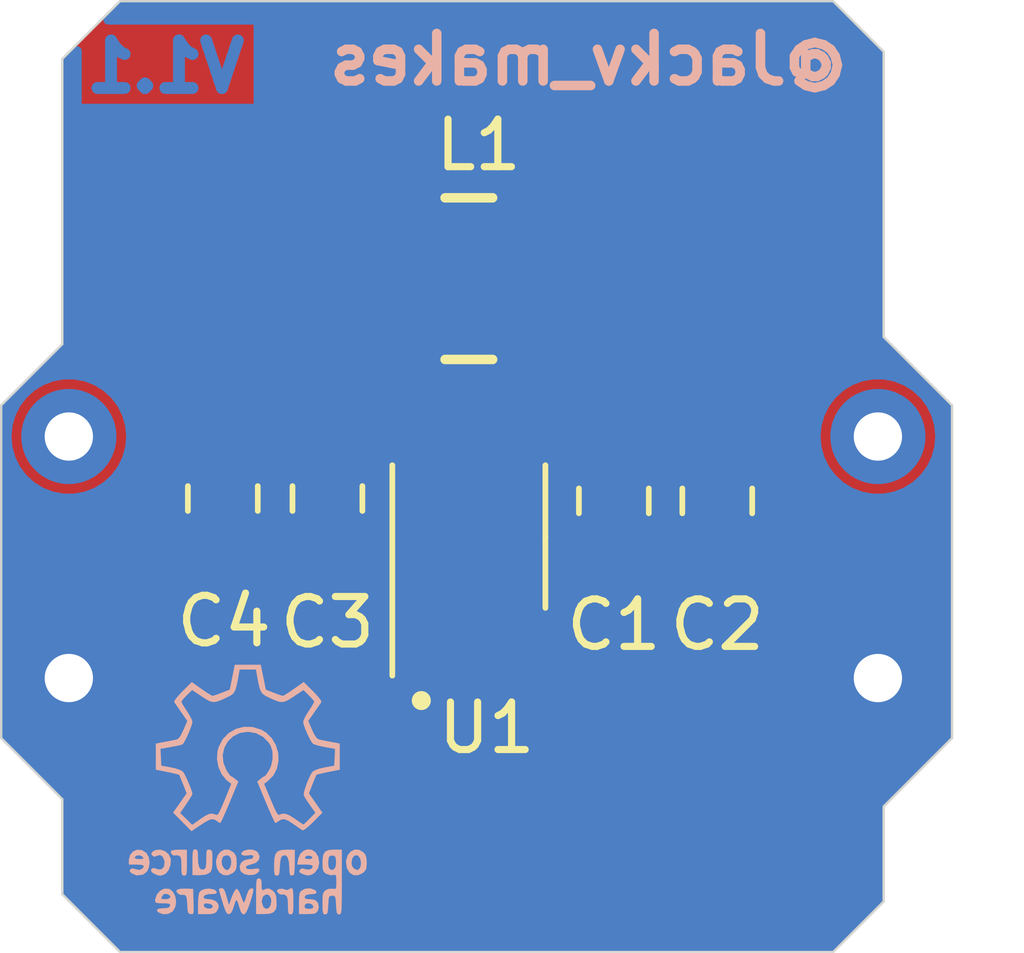
<source format=kicad_pcb>
(kicad_pcb (version 20240108) (generator "pcbnew") (generator_version "8.0")
  (layers (0 "F.Cu" signal) (31 "B.Cu" signal) (34 "B.Paste" user) (35 "F.Paste" user) (36 "B.SilkS" user "B.Silkscreen") (37 "F.SilkS" user "F.Silkscreen") (38 "B.Mask" user) (39 "F.Mask" user) (44 "Edge.Cuts" user))
  (net 0 "")
  (net 1 "GND")
  (net 2 "/GBVDD2")
  (net 3 "/GBVCC")
  (net 4 "/SW")
  (footprint "Capacitor_SMD:C_0805_2012Metric" (layer "F.Cu") (at 141.15 90.05 90)
    (property "Reference" "C1" (at -2.606 0 180) (layer "F.SilkS"))
    (property "Value" "4.7uF")
    (fp_line (start -0.261252 -0.735) (end 0.261252 -0.735) (stroke (width 0.12)) (layer "F.SilkS"))
    (fp_line (start -0.261252 0.735) (end 0.261252 0.735) (stroke (width 0.12)) (layer "F.SilkS"))
    (pad "1" smd roundrect (at -0.95 0 90) (size 1 1.45) (layers "F.Cu" "F.Paste" "F.Mask") (net 2 "/GBVDD2"))
    (pad "2" smd roundrect (at 0.95 0 90) (size 1 1.45) (layers "F.Cu" "F.Paste" "F.Mask") (net 1 "GND"))
  )
  (footprint "Capacitor_SMD:C_0805_2012Metric" (layer "F.Cu") (at 135.125 90 -90)
    (property "Reference" "C3" (at 2.606 0 180) (layer "F.SilkS"))
    (property "Value" "4.7uF")
    (fp_line (start -0.261252 0.735) (end 0.261252 0.735) (stroke (width 0.12)) (layer "F.SilkS"))
    (fp_line (start -0.261252 -0.735) (end 0.261252 -0.735) (stroke (width 0.12)) (layer "F.SilkS"))
    (pad "1" smd roundrect (at -0.95 0 270) (size 1 1.45) (layers "F.Cu" "F.Paste" "F.Mask") (net 3 "/GBVCC"))
    (pad "2" smd roundrect (at 0.95 0 270) (size 1 1.45) (layers "F.Cu" "F.Paste" "F.Mask") (net 1 "GND"))
  )
  (footprint "Capacitor_SMD:C_0805_2012Metric" (layer "F.Cu") (at 143.325 90.05 90)
    (property "Reference" "C2" (at -2.606 0 180) (layer "F.SilkS"))
    (property "Value" "4.7uF")
    (fp_line (start -0.261252 -0.735) (end 0.261252 -0.735) (stroke (width 0.12)) (layer "F.SilkS"))
    (fp_line (start -0.261252 0.735) (end 0.261252 0.735) (stroke (width 0.12)) (layer "F.SilkS"))
    (pad "1" smd roundrect (at -0.95 0 90) (size 1 1.45) (layers "F.Cu" "F.Paste" "F.Mask") (net 2 "/GBVDD2"))
    (pad "2" smd roundrect (at 0.95 0 90) (size 1 1.45) (layers "F.Cu" "F.Paste" "F.Mask") (net 1 "GND"))
  )
  (footprint "KiCad_Foot:Hole" (layer "F.Cu") (at 129.736 93.726)
    (property "Reference" "GND3" (hide yes))
    (property "Value" "~")
    (pad "1" thru_hole circle (at -0.05 0.05) (size 2 2) (drill 1.016) (layers "*.Cu" "*.Mask") (net 1 "GND"))
  )
  (footprint "KiCad_Foot:INDUCTOR3x3" (layer "F.Cu") (at 138.1 85.375 180)
    (property "Reference" "L1" (at 0.775 2.225 0) (layer "F.SilkS") (effects (justify left bottom)))
    (property "Value" "SDCL1V3012-4R7M-R" (hide yes))
    (fp_line (start -0.5 1.7) (end 0.5 1.7) (stroke (width 0.2)) (layer "F.SilkS"))
    (fp_line (start -0.5 -1.7) (end 0.5 -1.7) (stroke (width 0.2)) (layer "F.SilkS"))
    (pad "1" smd rect (at -1.45 0 270) (size 3.6 1.5) (layers "F.Cu" "F.Paste" "F.Mask") (net 4 "/SW"))
    (pad "2" smd rect (at 1.45 0 270) (size 3.6 1.5) (layers "F.Cu" "F.Paste" "F.Mask") (net 3 "/GBVCC"))
  )
  (footprint "Capacitor_SMD:C_0805_2012Metric" (layer "F.Cu") (at 132.925 90 -90)
    (property "Reference" "C4" (at 2.581 -0.025 0) (layer "F.SilkS"))
    (property "Value" "4.7uF")
    (fp_line (start -0.261252 0.735) (end 0.261252 0.735) (stroke (width 0.12)) (layer "F.SilkS"))
    (fp_line (start -0.261252 -0.735) (end 0.261252 -0.735) (stroke (width 0.12)) (layer "F.SilkS"))
    (pad "1" smd roundrect (at -0.95 0 270) (size 1 1.45) (layers "F.Cu" "F.Paste" "F.Mask") (net 3 "/GBVCC"))
    (pad "2" smd roundrect (at 0.95 0 270) (size 1 1.45) (layers "F.Cu" "F.Paste" "F.Mask") (net 1 "GND"))
  )
  (footprint "KiCad_Foot:Hole" (layer "F.Cu") (at 146.754 93.726)
    (property "Reference" "GND4" (hide yes))
    (property "Value" "~")
    (pad "1" thru_hole circle (at -0.05 0.05) (size 2 2) (drill 1.016) (layers "*.Cu" "*.Mask") (net 1 "GND"))
  )
  (footprint "Package_SO:MSOP-8_3x3mm_P0.65mm" (layer "F.Cu") (at 138.1 90.8 90)
    (property "Reference" "U1" (at -4.025 0.375 180) (layer "F.SilkS"))
    (property "Value" "MCP1642B-50I/MS" (hide yes))
    (fp_line (start 0 -1.61) (end 1.5 -1.61) (stroke (width 0.12)) (layer "F.SilkS"))
    (fp_line (start 0 -1.61) (end -2.925 -1.61) (stroke (width 0.12)) (layer "F.SilkS"))
    (fp_line (start 0 1.61) (end 1.5 1.61) (stroke (width 0.12)) (layer "F.SilkS"))
    (fp_line (start 0 1.61) (end -1.5 1.61) (stroke (width 0.12)) (layer "F.SilkS"))
    (pad "1" smd roundrect (at -2.1125 -0.975 90) (size 1.625 0.4) (layers "F.Cu" "F.Paste" "F.Mask") (net 3 "/GBVCC"))
    (pad "2" smd roundrect (at -2.1125 -0.325 90) (size 1.625 0.4) (layers "F.Cu" "F.Paste" "F.Mask") (net 1 "GND"))
    (pad "3" smd roundrect (at -2.1125 0.325 90) (size 1.625 0.4) (layers "F.Cu" "F.Paste" "F.Mask") (net 1 "GND"))
    (pad "4" smd roundrect (at -2.1125 0.975 90) (size 1.625 0.4) (layers "F.Cu" "F.Paste" "F.Mask") (net 2 "/GBVDD2"))
    (pad "5" smd roundrect (at 2.1125 0.975 90) (size 1.625 0.4) (layers "F.Cu" "F.Paste" "F.Mask") (net 4 "/SW"))
    (pad "6" smd roundrect (at 2.1125 0.325 90) (size 1.625 0.4) (layers "F.Cu" "F.Paste" "F.Mask") (net 1 "GND"))
    (pad "7" smd roundrect (at 2.1125 -0.325 90) (size 1.625 0.4) (layers "F.Cu" "F.Paste" "F.Mask") (net 1 "GND"))
    (pad "8" smd roundrect (at 2.1125 -0.975 90) (size 1.625 0.4) (layers "F.Cu" "F.Paste" "F.Mask") (net 3 "/GBVCC"))
  )
  (footprint "KiCad_Foot:Hole" (layer "F.Cu") (at 146.754 88.646)
    (property "Reference" "GBVDD3" (hide yes))
    (property "Value" "~")
    (pad "1" thru_hole circle (at -0.05 0.05) (size 2 2) (drill 1.016) (layers "*.Cu" "*.Mask") (net 2 "/GBVDD2"))
  )
  (footprint "KiCad_Foot:Hole" (layer "F.Cu") (at 129.736 88.646)
    (property "Reference" "GBVCC3" (hide yes))
    (property "Value" "~")
    (pad "1" thru_hole circle (at -0.05 0.05) (size 2 2) (drill 1.016) (layers "*.Cu" "*.Mask") (net 3 "/GBVCC"))
  )
  (footprint "LOGO" (layer "B.Cu") (at 133.45 96.1 180)
    (property "Reference" "G***" (hide yes))
    (property "Value" "LOGO" (hide yes))
    (fp_poly (pts (xy 1.420786 -2.107964) (xy 1.48933 -2.127415) (xy 1.503428 -2.163855) (xy 1.484797 -2.195535) (xy 1.432327 -2.232343) (xy 1.399383 -2.238045) (xy 1.339224 -2.236665) (xy 1.303553 -2.254567) (xy 1.285014 -2.30343) (xy 1.27625 -2.394931) (xy 1.274239 -2.436713) (xy 1.267894 -2.541701) (xy 1.257137 -2.601947) (xy 1.237055 -2.630899) (xy 1.202737 -2.642003) (xy 1.199051 -2.642549) (xy 1.168028 -2.644771) (xy 1.148959 -2.633644) (xy 1.139482 -2.598559) (xy 1.137234 -2.528904) (xy 1.139852 -2.41407) (xy 1.140861 -2.381217) (xy 1.149255 -2.110442) (xy 1.297089 -2.105163)) (fill solid) (layer "B.SilkS"))
    (fp_poly (pts (xy 1.531347 -1.290318) (xy 1.596866 -1.301923) (xy 1.617042 -1.312944) (xy 1.616335 -1.353642) (xy 1.58723 -1.394793) (xy 1.549417 -1.412341) (xy 1.538482 -1.408913) (xy 1.492043 -1.40362) (xy 1.454493 -1.411194) (xy 1.423565 -1.428185) (xy 1.405999 -1.46363) (xy 1.398201 -1.531185) (xy 1.396563 -1.631285) (xy 1.394964 -1.737695) (xy 1.387762 -1.798445) (xy 1.371351 -1.826033) (xy 1.342129 -1.832953) (xy 1.338373 -1.83299) (xy 1.311174 -1.828765) (xy 1.294075 -1.808847) (xy 1.284758 -1.76237) (xy 1.280901 -1.678467) (xy 1.280183 -1.560414) (xy 1.280183 -1.287837) (xy 1.439967 -1.286402)) (fill solid) (layer "B.SilkS"))
    (fp_poly (pts (xy 1.94398 -1.294709) (xy 1.993627 -1.320678) (xy 2.030618 -1.358398) (xy 2.019617 -1.396016) (xy 2.011254 -1.40666) (xy 1.970948 -1.436223) (xy 1.920884 -1.419264) (xy 1.917693 -1.417294) (xy 1.848108 -1.399262) (xy 1.791866 -1.432658) (xy 1.757132 -1.510953) (xy 1.751335 -1.550357) (xy 1.762627 -1.641371) (xy 1.808242 -1.695) (xy 1.878323 -1.703289) (xy 1.920876 -1.687193) (xy 1.987844 -1.669866) (xy 2.029356 -1.695494) (xy 2.036655 -1.728204) (xy 2.011664 -1.766475) (xy 1.951183 -1.803808) (xy 1.876953 -1.82873) (xy 1.838094 -1.83299) (xy 1.776402 -1.816881) (xy 1.724214 -1.788489) (xy 1.664812 -1.717058) (xy 1.626651 -1.613481) (xy 1.617679 -1.502262) (xy 1.621637 -1.472262) (xy 1.665269 -1.380388) (xy 1.745169 -1.315431) (xy 1.843889 -1.284501)) (fill solid) (layer "B.SilkS"))
    (fp_poly (pts (xy -0.868643 -2.112629) (xy -0.858256 -2.124019) (xy -0.819341 -2.136815) (xy -0.782702 -2.122407) (xy -0.721568 -2.106905) (xy -0.657909 -2.113018) (xy -0.616144 -2.136617) (xy -0.610997 -2.151434) (xy -0.630227 -2.188166) (xy -0.671386 -2.222056) (xy -0.709675 -2.234568) (xy -0.717358 -2.230943) (xy -0.753743 -2.228593) (xy -0.789393 -2.242368) (xy -0.820012 -2.269515) (xy -0.836741 -2.319141) (xy -0.843218 -2.405787) (xy -0.843757 -2.459558) (xy -0.84559 -2.56157) (xy -0.853747 -2.618327) (xy -0.872216 -2.642718) (xy -0.901947 -2.647652) (xy -0.928993 -2.643478) (xy -0.946062 -2.623761) (xy -0.955427 -2.577706) (xy -0.959361 -2.494519) (xy -0.960138 -2.371249) (xy -0.958438 -2.238461) (xy -0.95239 -2.154414) (xy -0.940572 -2.109733) (xy -0.921561 -2.095043) (xy -0.918212 -2.094846)) (fill solid) (layer "B.SilkS"))
    (fp_poly (pts (xy -0.707518 -1.292882) (xy -0.628024 -1.320989) (xy -0.580791 -1.37977) (xy -0.558248 -1.478298) (xy -0.552807 -1.614777) (xy -0.554236 -1.726472) (xy -0.560613 -1.792018) (xy -0.575067 -1.823428) (xy -0.600729 -1.832716) (xy -0.609667 -1.83299) (xy -0.640619 -1.826136) (xy -0.659133 -1.797203) (xy -0.669462 -1.733634) (xy -0.675131 -1.639635) (xy -0.684183 -1.5256) (xy -0.701206 -1.45633) (xy -0.729799 -1.418564) (xy -0.736355 -1.414149) (xy -0.792945 -1.403863) (xy -0.836224 -1.446172) (xy -0.863689 -1.536491) (xy -0.872852 -1.66398) (xy -0.877388 -1.767722) (xy -0.892127 -1.821288) (xy -0.911646 -1.83299) (xy -0.961129 -1.820066) (xy -0.969836 -1.813593) (xy -0.978577 -1.777516) (xy -0.985272 -1.697841) (xy -0.988884 -1.589153) (xy -0.989233 -1.541017) (xy -0.989233 -1.287837) (xy -0.826842 -1.286378)) (fill solid) (layer "B.SilkS"))
    (fp_poly (pts (xy 1.132883 -1.284432) (xy 1.149995 -1.304442) (xy 1.15929 -1.351114) (xy 1.16311 -1.435346) (xy 1.163803 -1.55103) (xy 1.163803 -1.821877) (xy 1.017416 -1.824085) (xy 0.885694 -1.811708) (xy 0.808531 -1.775686) (xy 0.775312 -1.740414) (xy 0.75596 -1.691337) (xy 0.746715 -1.612985) (xy 0.743979 -1.509905) (xy 0.744183 -1.399315) (xy 0.749842 -1.334043) (xy 0.764582 -1.301246) (xy 0.792032 -1.28808) (xy 0.807388 -1.285434) (xy 0.841657 -1.284113) (xy 0.861251 -1.300396) (xy 0.870257 -1.346344) (xy 0.872757 -1.434018) (xy 0.872852 -1.478713) (xy 0.8758 -1.591639) (xy 0.886382 -1.658766) (xy 0.90721 -1.692268) (xy 0.920182 -1.699451) (xy 0.981681 -1.703041) (xy 1.022428 -1.656908) (xy 1.043601 -1.558892) (xy 1.047423 -1.465739) (xy 1.049305 -1.364563) (xy 1.057663 -1.308562) (xy 1.076562 -1.284771) (xy 1.105613 -1.280183)) (fill solid) (layer "B.SilkS"))
    (fp_poly (pts (xy -2.165328 -1.324266) (xy -2.101361 -1.402947) (xy -2.068143 -1.513878) (xy -2.06575 -1.556587) (xy -2.086368 -1.681033) (xy -2.141743 -1.77118) (xy -2.222164 -1.821193) (xy -2.317915 -1.825235) (xy -2.419283 -1.777473) (xy -2.425515 -1.772688) (xy -2.472195 -1.726858) (xy -2.495096 -1.671138) (xy -2.502021 -1.583831) (xy -2.502176 -1.559547) (xy -2.501625 -1.550217) (xy -2.380275 -1.550217) (xy -2.375109 -1.631852) (xy -2.355124 -1.674868) (xy -2.32104 -1.709481) (xy -2.287394 -1.710332) (xy -2.238408 -1.686491) (xy -2.192982 -1.632858) (xy -2.182131 -1.559126) (xy -2.197968 -1.47042) (xy -2.23893 -1.415375) (xy -2.295194 -1.404004) (xy -2.322771 -1.415733) (xy -2.361678 -1.468958) (xy -2.380275 -1.550217) (xy -2.501625 -1.550217) (xy -2.496119 -1.45692) (xy -2.473419 -1.389848) (xy -2.434837 -1.343445) (xy -2.342754 -1.288343) (xy -2.249355 -1.284007)) (fill solid) (layer "B.SilkS"))
    (fp_poly (pts (xy 0.569609 -1.324266) (xy 0.633576 -1.402947) (xy 0.666794 -1.513878) (xy 0.669187 -1.556587) (xy 0.648569 -1.681033) (xy 0.593194 -1.77118) (xy 0.512773 -1.821193) (xy 0.417022 -1.825235) (xy 0.315654 -1.777473) (xy 0.309422 -1.772688) (xy 0.262742 -1.726858) (xy 0.239841 -1.671138) (xy 0.232916 -1.583831) (xy 0.23276 -1.559547) (xy 0.235161 -1.518875) (xy 0.348558 -1.518875) (xy 0.352436 -1.598717) (xy 0.376272 -1.66962) (xy 0.418057 -1.712013) (xy 0.440167 -1.71661) (xy 0.475445 -1.698277) (xy 0.507085 -1.670889) (xy 0.543451 -1.602592) (xy 0.550212 -1.518211) (xy 0.526975 -1.4454) (xy 0.51056 -1.426818) (xy 0.450275 -1.406184) (xy 0.408727 -1.410668) (xy 0.366652 -1.449668) (xy 0.348558 -1.518875) (xy 0.235161 -1.518875) (xy 0.238818 -1.45692) (xy 0.261518 -1.389848) (xy 0.3001 -1.343445) (xy 0.392183 -1.288343) (xy 0.485582 -1.284007)) (fill solid) (layer "B.SilkS"))
    (fp_poly (pts (xy 0.081583 -1.30778) (xy 0.100717 -1.319412) (xy 0.13941 -1.364103) (xy 0.127111 -1.396985) (xy 0.070717 -1.412131) (xy -0.001756 -1.407456) (xy -0.076768 -1.39971) (xy -0.11008 -1.411094) (xy -0.11638 -1.436488) (xy -0.093374 -1.474104) (xy -0.035569 -1.483849) (xy 0.067484 -1.504852) (xy 0.139264 -1.559725) (xy 0.171963 -1.63626) (xy 0.157773 -1.722251) (xy 0.138106 -1.755356) (xy 0.075258 -1.799233) (xy -0.017823 -1.820653) (xy -0.116432 -1.816343) (xy -0.174571 -1.796768) (xy -0.228393 -1.754385) (xy -0.24679 -1.711915) (xy -0.227814 -1.684598) (xy -0.189118 -1.683) (xy -0.061273 -1.697729) (xy 0.017005 -1.689661) (xy 0.043642 -1.659011) (xy 0.043643 -1.658913) (xy 0.015817 -1.623148) (xy -0.063607 -1.598376) (xy -0.070361 -1.597233) (xy -0.172591 -1.561384) (xy -0.233803 -1.500766) (xy -0.249573 -1.426645) (xy -0.215476 -1.350284) (xy -0.180619 -1.316552) (xy -0.104263 -1.286458) (xy -0.006813 -1.283636)) (fill solid) (layer "B.SilkS"))
    (fp_poly (pts (xy -1.172662 -1.307668) (xy -1.101433 -1.375742) (xy -1.059029 -1.481153) (xy -1.057279 -1.491123) (xy -1.039809 -1.600229) (xy -1.203639 -1.600229) (xy -1.302782 -1.604331) (xy -1.354069 -1.61831) (xy -1.367469 -1.641911) (xy -1.343143 -1.684466) (xy -1.285308 -1.705493) (xy -1.216682 -1.698465) (xy -1.198454 -1.690488) (xy -1.137995 -1.677746) (xy -1.11007 -1.694695) (xy -1.079981 -1.737109) (xy -1.096687 -1.769704) (xy -1.150625 -1.799225) (xy -1.255251 -1.830194) (xy -1.344342 -1.813247) (xy -1.404954 -1.774445) (xy -1.477528 -1.682556) (xy -1.503673 -1.564024) (xy -1.484993 -1.44748) (xy -1.360195 -1.44748) (xy -1.345055 -1.475071) (xy -1.280183 -1.483849) (xy -1.21349 -1.474242) (xy -1.200172 -1.44748) (xy -1.235241 -1.41908) (xy -1.280183 -1.411111) (xy -1.337768 -1.424827) (xy -1.360195 -1.44748) (xy -1.484993 -1.44748) (xy -1.483808 -1.440084) (xy -1.428289 -1.343137) (xy -1.349191 -1.289798) (xy -1.259615 -1.278497)) (fill solid) (layer "B.SilkS"))
    (fp_poly (pts (xy 0.913297 -2.114892) (xy 0.990824 -2.150573) (xy 1.017974 -2.18147) (xy 1.032931 -2.237666) (xy 1.043532 -2.331415) (xy 1.047423 -2.438946) (xy 1.047423 -2.641397) (xy 0.876706 -2.6438) (xy 0.765949 -2.639985) (xy 0.696591 -2.622261) (xy 0.658493 -2.59372) (xy 0.612623 -2.510935) (xy 0.613459 -2.49923) (xy 0.740134 -2.49923) (xy 0.740944 -2.500591) (xy 0.78556 -2.525926) (xy 0.849816 -2.522837) (xy 0.905887 -2.496564) (xy 0.925653 -2.465808) (xy 0.916358 -2.425662) (xy 0.867712 -2.415337) (xy 0.789844 -2.428063) (xy 0.742836 -2.459042) (xy 0.740134 -2.49923) (xy 0.613459 -2.49923) (xy 0.618214 -2.432697) (xy 0.668865 -2.369767) (xy 0.75818 -2.332904) (xy 0.81674 -2.327606) (xy 0.897278 -2.319959) (xy 0.929547 -2.29497) (xy 0.931042 -2.284518) (xy 0.904722 -2.245482) (xy 0.8344 -2.222513) (xy 0.733033 -2.219777) (xy 0.730321 -2.219995) (xy 0.66707 -2.210789) (xy 0.650163 -2.179107) (xy 0.681605 -2.140157) (xy 0.717435 -2.122189) (xy 0.81493 -2.104004)) (fill solid) (layer "B.SilkS"))
    (fp_poly (pts (xy 2.410636 -1.321477) (xy 2.474671 -1.393843) (xy 2.501992 -1.49752) (xy 2.502176 -1.507546) (xy 2.502176 -1.600229) (xy 2.342153 -1.600229) (xy 2.239051 -1.605459) (xy 2.190366 -1.622692) (xy 2.193138 -1.654244) (xy 2.228106 -1.68945) (xy 2.279571 -1.712566) (xy 2.34979 -1.698955) (xy 2.357918 -1.695961) (xy 2.426333 -1.67895) (xy 2.467435 -1.695871) (xy 2.473353 -1.702389) (xy 2.484567 -1.739986) (xy 2.447072 -1.780852) (xy 2.438899 -1.786726) (xy 2.338783 -1.827516) (xy 2.224597 -1.81551) (xy 2.188981 -1.802832) (xy 2.120438 -1.746845) (xy 2.078558 -1.656112) (xy 2.065409 -1.548619) (xy 2.078766 -1.468182) (xy 2.195266 -1.468182) (xy 2.216553 -1.481064) (xy 2.282825 -1.483849) (xy 2.358209 -1.47601) (xy 2.379732 -1.451921) (xy 2.378668 -1.44748) (xy 2.341059 -1.411111) (xy 2.279769 -1.404511) (xy 2.221932 -1.429097) (xy 2.212391 -1.438802) (xy 2.195266 -1.468182) (xy 2.078766 -1.468182) (xy 2.083055 -1.442353) (xy 2.133561 -1.355304) (xy 2.137165 -1.351599) (xy 2.227992 -1.29442) (xy 2.323779 -1.286358)) (fill solid) (layer "B.SilkS"))
    (fp_poly (pts (xy -1.209426 -2.107401) (xy -1.141182 -2.140138) (xy -1.108204 -2.169543) (xy -1.088743 -2.2102) (xy -1.079351 -2.276685) (xy -1.076581 -2.38357) (xy -1.076518 -2.413532) (xy -1.076518 -2.641634) (xy -1.229267 -2.641722) (xy -1.323683 -2.63911) (xy -1.396681 -2.632338) (xy -1.420265 -2.627133) (xy -1.471359 -2.580084) (xy -1.493913 -2.503855) (xy -1.493263 -2.4991) (xy -1.381753 -2.4991) (xy -1.345119 -2.524806) (xy -1.275334 -2.531272) (xy -1.213645 -2.520891) (xy -1.193274 -2.483066) (xy -1.192898 -2.473082) (xy -1.215528 -2.429721) (xy -1.26849 -2.413496) (xy -1.329392 -2.426915) (xy -1.363654 -2.453937) (xy -1.381753 -2.4991) (xy -1.493263 -2.4991) (xy -1.482796 -2.422539) (xy -1.469404 -2.396417) (xy -1.422037 -2.348287) (xy -1.351152 -2.329237) (xy -1.306474 -2.327606) (xy -1.230829 -2.323159) (xy -1.199867 -2.30569) (xy -1.198748 -2.27669) (xy -1.224946 -2.239922) (xy -1.291825 -2.226228) (xy -1.314506 -2.225773) (xy -1.405992 -2.217064) (xy -1.447208 -2.192741) (xy -1.435187 -2.15551) (xy -1.412778 -2.136109) (xy -1.316669 -2.098848)) (fill solid) (layer "B.SilkS"))
    (fp_poly (pts (xy 1.843579 -2.14935) (xy 1.912273 -2.226974) (xy 1.947399 -2.327311) (xy 1.94937 -2.35807) (xy 1.942121 -2.390793) (xy 1.911288 -2.407937) (xy 1.843244 -2.414278) (xy 1.787214 -2.414891) (xy 1.694389 -2.417392) (xy 1.647291 -2.42765) (xy 1.633571 -2.449802) (xy 1.635201 -2.465808) (xy 1.657997 -2.500337) (xy 1.717116 -2.51509) (xy 1.765573 -2.516724) (xy 1.864343 -2.524658) (xy 1.911376 -2.547301) (xy 1.904484 -2.582911) (xy 1.878299 -2.606388) (xy 1.781052 -2.644807) (xy 1.674674 -2.63761) (xy 1.583009 -2.586991) (xy 1.57443 -2.578423) (xy 1.522841 -2.488424) (xy 1.506992 -2.379965) (xy 1.523761 -2.270218) (xy 1.527949 -2.261722) (xy 1.629868 -2.261722) (xy 1.634128 -2.296661) (xy 1.681349 -2.321935) (xy 1.732181 -2.327606) (xy 1.798695 -2.324337) (xy 1.81878 -2.308221) (xy 1.804097 -2.269795) (xy 1.803895 -2.269416) (xy 1.766141 -2.220684) (xy 1.715755 -2.215861) (xy 1.675346 -2.228886) (xy 1.629868 -2.261722) (xy 1.527949 -2.261722) (xy 1.570027 -2.176355) (xy 1.642666 -2.115549) (xy 1.659789 -2.108958) (xy 1.754893 -2.106119)) (fill solid) (layer "B.SilkS"))
    (fp_poly (pts (xy -0.208903 -1.894415) (xy -0.192641 -1.910332) (xy -0.182526 -1.948251) (xy -0.177108 -2.017492) (xy -0.17494 -2.127375) (xy -0.174571 -2.265589) (xy -0.174571 -2.639998) (xy -0.336961 -2.641457) (xy -0.446611 -2.636237) (xy -0.517559 -2.615037) (xy -0.556584 -2.585684) (xy -0.59092 -2.537739) (xy -0.605737 -2.472002) (xy -0.605317 -2.369047) (xy -0.605181 -2.366453) (xy -0.494616 -2.366453) (xy -0.479393 -2.455654) (xy -0.441197 -2.512943) (xy -0.391237 -2.53131) (xy -0.340723 -2.503743) (xy -0.32107 -2.474994) (xy -0.29255 -2.375243) (xy -0.313627 -2.286754) (xy -0.336614 -2.257004) (xy -0.395549 -2.227158) (xy -0.449526 -2.246378) (xy -0.486076 -2.306028) (xy -0.494616 -2.366453) (xy -0.605181 -2.366453) (xy -0.605133 -2.365528) (xy -0.595405 -2.264995) (xy -0.574273 -2.202117) (xy -0.533643 -2.15645) (xy -0.517278 -2.143671) (xy -0.453076 -2.105431) (xy -0.398797 -2.105053) (xy -0.364529 -2.118264) (xy -0.319288 -2.135907) (xy -0.297885 -2.126217) (xy -0.291396 -2.077458) (xy -0.290951 -2.021484) (xy -0.287105 -1.939903) (xy -0.271154 -1.901424) (xy -0.236475 -1.891219) (xy -0.232761 -1.89118)) (fill solid) (layer "B.SilkS"))
    (fp_poly (pts (xy 0.601722 -2.107872) (xy 0.603325 -2.145762) (xy 0.551135 -2.326938) (xy 0.510719 -2.459085) (xy 0.479037 -2.549449) (xy 0.453044 -2.605273) (xy 0.4297 -2.633801) (xy 0.405961 -2.642277) (xy 0.395079 -2.641591) (xy 0.353672 -2.618333) (xy 0.318172 -2.555298) (xy 0.290914 -2.473378) (xy 0.263291 -2.385973) (xy 0.241748 -2.34939) (xy 0.221077 -2.365254) (xy 0.196066 -2.43519) (xy 0.175275 -2.50945) (xy 0.142872 -2.601202) (xy 0.106743 -2.642962) (xy 0.086103 -2.647652) (xy 0.055479 -2.633191) (xy 0.02299 -2.584484) (xy -0.015622 -2.49355) (xy -0.053405 -2.386163) (xy -0.092368 -2.259659) (xy -0.114154 -2.165909) (xy -0.116845 -2.11392) (xy -0.112801 -2.107181) (xy -0.058389 -2.100299) (xy -0.010992 -2.150806) (xy 0.029011 -2.258283) (xy 0.031221 -2.266741) (xy 0.054991 -2.345828) (xy 0.075876 -2.392205) (xy 0.085379 -2.397768) (xy 0.103608 -2.362864) (xy 0.131592 -2.292019) (xy 0.147987 -2.245537) (xy 0.182703 -2.165715) (xy 0.218887 -2.116988) (xy 0.235152 -2.109393) (xy 0.267087 -2.135385) (xy 0.306285 -2.204829) (xy 0.336324 -2.279038) (xy 0.396485 -2.448684) (xy 0.445673 -2.271765) (xy 0.476873 -2.172063) (xy 0.505208 -2.117668) (xy 0.538157 -2.096622) (xy 0.556322 -2.094846)) (fill solid) (layer "B.SilkS"))
    (fp_poly (pts (xy -1.706865 -1.292147) (xy -1.630709 -1.323441) (xy -1.58889 -1.388057) (xy -1.572543 -1.495584) (xy -1.571134 -1.560425) (xy -1.573684 -1.664161) (xy -1.584937 -1.727046) (xy -1.610296 -1.766328) (xy -1.64366 -1.791884) (xy -1.736638 -1.824897) (xy -1.789135 -1.821095) (xy -1.830703 -1.813721) (xy -1.852429 -1.826913) (xy -1.860746 -1.873262) (xy -1.862085 -1.963918) (xy -1.8607 -2.055385) (xy -1.852259 -2.101256) (xy -1.83033 -2.114123) (xy -1.789135 -2.10674) (xy -1.695973 -2.111104) (xy -1.64366 -2.135952) (xy -1.607283 -2.164308) (xy -1.585629 -2.200113) (xy -1.574923 -2.257919) (xy -1.57139 -2.352282) (xy -1.571134 -2.415562) (xy -1.572408 -2.531454) (xy -1.578136 -2.600857) (xy -1.591181 -2.635453) (xy -1.614404 -2.646922) (xy -1.627995 -2.647652) (xy -1.658744 -2.640903) (xy -1.677213 -2.612337) (xy -1.687562 -2.549477) (xy -1.693459 -2.45126) (xy -1.699331 -2.347155) (xy -1.709024 -2.28834) (xy -1.727873 -2.261932) (xy -1.761213 -2.255051) (xy -1.7748 -2.254868) (xy -1.813512 -2.258411) (xy -1.836137 -2.277626) (xy -1.848011 -2.325394) (xy -1.854467 -2.414598) (xy -1.85614 -2.45126) (xy -1.862702 -2.556443) (xy -1.873578 -2.615912) (xy -1.892927 -2.642146) (xy -1.921604 -2.647652) (xy -1.939643 -2.645359) (xy -1.953402 -2.633861) (xy -1.963459 -2.606229) (xy -1.970392 -2.555534) (xy -1.974781 -2.474847) (xy -1.977203 -2.357239) (xy -1.978238 -2.195781) (xy -1.978465 -1.983544) (xy -1.978465 -1.966711) (xy -1.978465 -1.522248) (xy -1.856688 -1.522248) (xy -1.854131 -1.605689) (xy -1.836049 -1.668079) (xy -1.831305 -1.674997) (xy -1.787944 -1.712293) (xy -1.741389 -1.702963) (xy -1.721996 -1.691459) (xy -1.69634 -1.642403) (xy -1.692481 -1.545397) (xy -1.692901 -1.539156) (xy -1.702268 -1.459209) (xy -1.721807 -1.421819) (xy -1.761516 -1.411354) (xy -1.7748 -1.411111) (xy -1.823383 -1.418954) (xy -1.84687 -1.453457) (xy -1.856688 -1.522248) (xy -1.978465 -1.522248) (xy -1.978465 -1.285769) (xy -1.826224 -1.28459)) (fill solid) (layer "B.SilkS"))
    (fp_poly (pts (xy 0.294153 2.502176) (xy 0.311981 2.413387) (xy 0.334726 2.300623) (xy 0.347006 2.239926) (xy 0.379505 2.079509) (xy 0.547315 2.01444) (xy 0.64014 1.980252) (xy 0.711972 1.957094) (xy 0.743072 1.950442) (xy 0.778182 1.966747) (xy 0.847596 2.009289) (xy 0.938554 2.070087) (xy 0.974617 2.095261) (xy 1.178214 2.239007) (xy 1.373251 2.045465) (xy 1.45563 1.958737) (xy 1.51648 1.884978) (xy 1.547614 1.83466) (xy 1.549024 1.820635) (xy 1.523898 1.782884) (xy 1.475113 1.711739) (xy 1.412444 1.621432) (xy 1.401407 1.605621) (xy 1.273053 1.421895) (xy 1.352757 1.234359) (xy 1.409826 1.116974) (xy 1.460431 1.051085) (xy 1.494523 1.032444) (xy 1.555016 1.019552) (xy 1.650546 1.000347) (xy 1.745704 0.981826) (xy 1.934822 0.94559) (xy 1.934822 0.670421) (xy 1.934822 0.395252) (xy 1.693937 0.3471) (xy 1.583252 0.323929) (xy 1.497061 0.303913) (xy 1.449209 0.290344) (xy 1.444037 0.287675) (xy 1.429668 0.256922) (xy 1.400452 0.186787) (xy 1.362576 0.092142) (xy 1.360693 0.087357) (xy 1.286366 -0.10169) (xy 1.429125 -0.304318) (xy 1.571885 -0.506947) (xy 1.378128 -0.7022) (xy 1.184371 -0.897453) (xy 0.992553 -0.768772) (xy 0.878214 -0.695609) (xy 0.797212 -0.655334) (xy 0.737181 -0.644819) (xy 0.685757 -0.660934) (xy 0.652926 -0.682809) (xy 0.602876 -0.716163) (xy 0.579019 -0.726452) (xy 0.562592 -0.701316) (xy 0.528324 -0.631214) (xy 0.480297 -0.525082) (xy 0.42259 -0.391858) (xy 0.379963 -0.290498) (xy 0.198338 0.146381) (xy 0.266466 0.20315) (xy 0.320951 0.243736) (xy 0.355188 0.260887) (xy 0.380458 0.28441) (xy 0.422281 0.343414) (xy 0.449747 0.388066) (xy 0.513704 0.547317) (xy 0.526237 0.707102) (xy 0.492474 0.858245) (xy 0.417543 0.991572) (xy 0.30657 1.097905) (xy 0.164683 1.16807) (xy 0 1.192898) (xy -0.170663 1.16526) (xy -0.321334 1.086452) (xy -0.441996 0.962632) (xy -0.482666 0.896118) (xy -0.519454 0.772609) (xy -0.521654 0.62615) (xy -0.490737 0.47946) (xy -0.449747 0.388066) (xy -0.403586 0.315516) (xy -0.367258 0.26941) (xy -0.355188 0.260887) (xy -0.320309 0.243318) (xy -0.266466 0.20315) (xy -0.198338 0.146381) (xy -0.379964 -0.290498) (xy -0.441917 -0.437024) (xy -0.496962 -0.562527) (xy -0.541018 -0.658068) (xy -0.570004 -0.714712) (xy -0.579019 -0.726452) (xy -0.61323 -0.71005) (xy -0.652926 -0.682809) (xy -0.711676 -0.649642) (xy -0.771991 -0.646548) (xy -0.847289 -0.676453) (xy -0.950989 -0.742285) (xy -0.962588 -0.750362) (xy -1.048291 -0.809954) (xy -1.116941 -0.856996) (xy -1.151448 -0.879866) (xy -1.184092 -0.868908) (xy -1.246026 -0.823656) (xy -1.326777 -0.752299) (xy -1.376172 -0.704133) (xy -1.569608 -0.509164) (xy -1.427938 -0.305498) (xy -1.286269 -0.101833) (xy -1.360645 0.087285) (xy -1.398791 0.182731) (xy -1.428566 0.254367) (xy -1.443781 0.287325) (xy -1.444037 0.287675) (xy -1.474736 0.298124) (xy -1.548747 0.316203) (xy -1.652226 0.33862) (xy -1.693938 0.3471) (xy -1.934823 0.395252) (xy -1.934823 0.670421) (xy -1.934823 0.833987) (xy -1.835513 0.833987) (xy -1.826978 0.657293) (xy -1.818442 0.480598) (xy -1.615553 0.443933) (xy -1.501662 0.417342) (xy -1.411259 0.38502) (xy -1.365069 0.356382) (xy -1.326438 0.298434) (xy -1.282196 0.207913) (xy -1.238741 0.101745) (xy -1.202471 -0.003143) (xy -1.179786 -0.089826) (xy -1.176996 -0.141104) (xy -1.201179 -0.188495) (xy -1.249425 -0.265337) (xy -1.307162 -0.349141) (xy -1.422056 -0.509164) (xy -1.301419 -0.632818) (xy -1.235564 -0.698623) (xy -1.187511 -0.743474) (xy -1.170057 -0.756472) (xy -1.142859 -0.740831) (xy -1.081659 -0.699759) (xy -0.999524 -0.642036) (xy -0.996808 -0.640092) (xy -0.876553 -0.563598) (xy -0.783674 -0.528932) (xy -0.708112 -0.533377) (xy -0.66996 -0.551713) (xy -0.647788 -0.553752) (xy -0.621362 -0.528126) (xy -0.586554 -0.467858) (xy -0.539237 -0.365974) (xy -0.48551 -0.240036) (xy -0.343929 0.098751) (xy -0.417685 0.152478) (xy -0.537287 0.272527) (xy -0.613225 0.418953) (xy -0.646818 0.581217) (xy -0.639381 0.74878) (xy -0.592233 0.911102) (xy -0.50669 1.057646) (xy -0.384071 1.177871) (xy -0.281943 1.238398) (xy -0.099204 1.294658) (xy 0.08209 1.298338) (xy 0.252913 1.253842) (xy 0.40424 1.165573) (xy 0.527044 1.037934) (xy 0.612299 0.875328) (xy 0.636329 0.790437) (xy 0.648142 0.620365) (xy 0.616658 0.450236) (xy 0.547414 0.296303) (xy 0.445947 0.174815) (xy 0.419409 0.153734) (xy 0.347378 0.101263) (xy 0.485556 -0.237934) (xy 0.544345 -0.379399) (xy 0.587361 -0.474007) (xy 0.619205 -0.529405) (xy 0.644482 -0.553242) (xy 0.667796 -0.553166) (xy 0.673643 -0.550422) (xy 0.741274 -0.5273) (xy 0.813194 -0.535052) (xy 0.902262 -0.577328) (xy 1.001669 -0.643573) (xy 1.169054 -0.763435) (xy 1.295402 -0.639433) (xy 1.42175 -0.515432) (xy 1.292777 -0.327071) (xy 1.231795 -0.23497) (xy 1.186372 -0.160578) (xy 1.16461 -0.117325) (xy 1.163803 -0.113304) (xy 1.175688 -0.062089) (xy 1.206317 0.023444) (xy 1.248149 0.125695) (xy 1.293641 0.227068) (xy 1.335255 0.309963) (xy 1.365068 0.356382) (xy 1.419028 0.38846) (xy 1.512716 0.420481) (xy 1.615553 0.443933) (xy 1.818442 0.480598) (xy 1.826992 0.657844) (xy 1.835541 0.835089) (xy 1.619276 0.872082) (xy 1.510711 0.892372) (xy 1.423747 0.911785) (xy 1.375182 0.92652) (xy 1.372458 0.927958) (xy 1.343466 0.965304) (xy 1.302418 1.040899) (xy 1.256644 1.138128) (xy 1.213475 1.240376) (xy 1.180244 1.331026) (xy 1.164279 1.393464) (xy 1.163803 1.400872) (xy 1.179533 1.452601) (xy 1.220818 1.533867) (xy 1.2788 1.627284) (xy 1.280183 1.629324) (xy 1.337683 1.717255) (xy 1.379278 1.787077) (xy 1.396491 1.824501) (xy 1.396563 1.825488) (xy 1.377302 1.8581) (xy 1.327792 1.915444) (xy 1.283639 1.960543) (xy 1.170715 2.07081) (xy 0.963203 1.932824) (xy 0.863107 1.868376) (xy 0.785663 1.829872) (xy 0.715762 1.817259) (xy 0.638299 1.830482) (xy 0.538166 1.869488) (xy 0.407331 1.930829) (xy 0.345596 1.964438) (xy 0.300416 2.003773) (xy 0.266694 2.059706) (xy 0.23933 2.143106) (xy 0.213227 2.264842) (xy 0.190519 2.39307) (xy 0.171934 2.502176) (xy 0 2.502176) (xy -0.171934 2.502176) (xy -0.190519 2.39307) (xy -0.219168 2.233979) (xy -0.245111 2.121684) (xy -0.273445 2.045313) (xy -0.309268 1.993999) (xy -0.35768 1.956872) (xy -0.407331 1.930829) (xy -0.54326 1.867228) (xy -0.642077 1.829357) (xy -0.718889 1.81727) (xy -0.788804 1.831022) (xy -0.866928 1.870667) (xy -0.963203 1.932824) (xy -1.170715 2.07081) (xy -1.283639 1.960543) (xy -1.346527 1.894907) (xy -1.387523 1.844008) (xy -1.396564 1.825488) (xy -1.381266 1.790714) (xy -1.341023 1.722596) (xy -1.284314 1.635422) (xy -1.280183 1.629324) (xy -1.221936 1.535836) (xy -1.180192 1.45412) (xy -1.163811 1.401562) (xy -1.163803 1.400872) (xy -1.176586 1.340141) (xy -1.209455 1.248451) (xy -1.254194 1.144079) (xy -1.302585 1.0453) (xy -1.34641 0.97039) (xy -1.370265 0.941701) (xy -1.41787 0.920651) (xy -1.504969 0.896112) (xy -1.613493 0.873109) (xy -1.623312 0.871352) (xy -1.835513 0.833987) (xy -1.934823 0.833987) (xy -1.934823 0.94559) (xy -1.745705 0.981826) (xy -1.637674 1.002895) (xy -1.545254 1.021565) (xy -1.494524 1.032444) (xy -1.446059 1.065369) (xy -1.39398 1.145729) (xy -1.352757 1.234359) (xy -1.273053 1.421895) (xy -1.401407 1.605621) (xy -1.465433 1.697727) (xy -1.517192 1.773029) (xy -1.546911 1.817292) (xy -1.549025 1.820635) (xy -1.538055 1.853248) (xy -1.49278 1.915201) (xy -1.421369 1.996058) (xy -1.372211 2.046497) (xy -1.176134 2.241071) (xy -0.969117 2.095221) (xy -0.873308 2.029506) (xy -0.795088 1.979165) (xy -0.746785 1.952) (xy -0.738613 1.94937) (xy -0.700896 1.959197) (xy -0.626497 1.984746) (xy -0.547315 2.01444) (xy -0.379505 2.079509) (xy -0.347006 2.239926) (xy -0.324404 2.351744) (xy -0.303028 2.457902) (xy -0.294153 2.502176) (xy -0.273799 2.604009) (xy 0 2.604009) (xy 0.273798 2.604009)) (fill solid) (layer "B.SilkS"))
  )
  (gr_circle (center 137.1 94.25) (end 137.2 94.25) (stroke (width 0.2)) (fill solid) (layer "F.SilkS"))
  (gr_line (start 129.54929 80.75267) (end 130.76292 79.53904) (stroke (width 0.05)) (layer "Edge.Cuts"))
  (gr_line (start 128.26292 95.03904) (end 128.26292 88.03904) (stroke (width 0.05)) (layer "Edge.Cuts"))
  (gr_line (start 146.825 96.47696) (end 146.825 98.47696) (stroke (width 0.05)) (layer "Edge.Cuts"))
  (gr_line (start 128.26292 88.03904) (end 129.54929 86.75267) (stroke (width 0.05)) (layer "Edge.Cuts"))
  (gr_line (start 129.54929 86.75267) (end 129.54929 80.75267) (stroke (width 0.05)) (layer "Edge.Cuts"))
  (gr_line (start 130.76292 99.53904) (end 129.54929 98.32541) (stroke (width 0.05)) (layer "Edge.Cuts"))
  (gr_line (start 146.825 98.47696) (end 145.76292 99.53904) (stroke (width 0.05)) (layer "Edge.Cuts"))
  (gr_line (start 146.825 80.60112) (end 146.825 86.60112) (stroke (width 0.05)) (layer "Edge.Cuts"))
  (gr_line (start 145.76292 99.53904) (end 130.76292 99.53904) (stroke (width 0.05)) (layer "Edge.Cuts"))
  (gr_line (start 148.26292 95.03904) (end 146.825 96.47696) (stroke (width 0.05)) (layer "Edge.Cuts"))
  (gr_line (start 146.825 86.60112) (end 148.26292 88.03904) (stroke (width 0.05)) (layer "Edge.Cuts"))
  (gr_line (start 129.54929 98.32541) (end 129.54929 96.32541) (stroke (width 0.05)) (layer "Edge.Cuts"))
  (gr_line (start 145.76292 79.53904) (end 146.825 80.60112) (stroke (width 0.05)) (layer "Edge.Cuts"))
  (gr_line (start 148.26292 88.03904) (end 148.26292 95.03904) (stroke (width 0.05)) (layer "Edge.Cuts"))
  (gr_line (start 129.54929 96.32541) (end 128.26292 95.03904) (stroke (width 0.05)) (layer "Edge.Cuts"))
  (gr_line (start 130.76292 79.53904) (end 145.76292 79.53904) (stroke (width 0.05)) (layer "Edge.Cuts"))
  (gr_text "V1.1" (at 133.5 81.5 0) (layer "B.Cu") (effects (font (size 1 1) (thickness 0.25) (bold yes)) (justify left bottom mirror)))
  (gr_text "@Jackv_makes" (at 146.175 81.35 0) (layer "B.SilkS") (effects (font (size 1 1) (thickness 0.2) (bold yes)) (justify left bottom mirror)))
  (zone (net 2) (net_name "/GBVDD2") (layer "F.Cu") (priority 2) (connect_pads yes (clearance 0.2)) (min_thickness 0.2) (fill yes (thermal_gap 0.3) (thermal_bridge_width 0.3))
    (polygon (pts (xy 138.775 90.25) (xy 138.775 93.95) (xy 138.825 94) (xy 144.975 94) (xy 144.975 90.425) (xy 145.025 90.375) (xy 148.275 90.375) (xy 148.275 86.975) (xy 144.2 86.975) (xy 144.2 89.775) (xy 143.725 90.25)))
  )
  (zone (net 3) (net_name "/GBVCC") (layer "F.Cu") (priority 1) (connect_pads yes (clearance 0.2)) (min_thickness 0.2) (fill yes (thermal_gap 0.3) (thermal_bridge_width 0.3))
    (polygon (pts (xy 137.55 94) (xy 136.45 94) (xy 136.45 90.15) (xy 128.325 90.15) (xy 128.325 83.25) (xy 137.55 83.25)))
  )
  (zone (net 4) (net_name "/SW") (layer "F.Cu") (priority 3) (connect_pads yes (clearance 0.2)) (min_thickness 0.2) (fill yes (thermal_gap 0.3) (thermal_bridge_width 0.3))
    (polygon (pts (xy 138.775 83.375) (xy 138.775 89.5) (xy 139.8 89.5) (xy 140 89.5) (xy 140 83.375)))
  )
  (zone (net 1) (net_name "GND") (layers "F&B.Cu") (connect_pads yes (clearance 0.2)) (min_thickness 0.2) (fill yes (thermal_gap 0.3) (thermal_bridge_width 0.3))
    (polygon (pts (xy 146.825 80.60112) (xy 145.76292 79.53904) (xy 130.76292 79.53904) (xy 129.54929 80.75267) (xy 129.54929 86.75267) (xy 128.26292 88.03904) (xy 128.26292 95.03904) (xy 129.54929 96.32541) (xy 129.54929 98.32541) (xy 130.76292 99.53904) (xy 145.76292 99.53904) (xy 146.825 98.47696) (xy 146.825 96.47696) (xy 148.26292 95.03904) (xy 148.26292 88.03904) (xy 146.825 86.60112)))
  )
)
</source>
